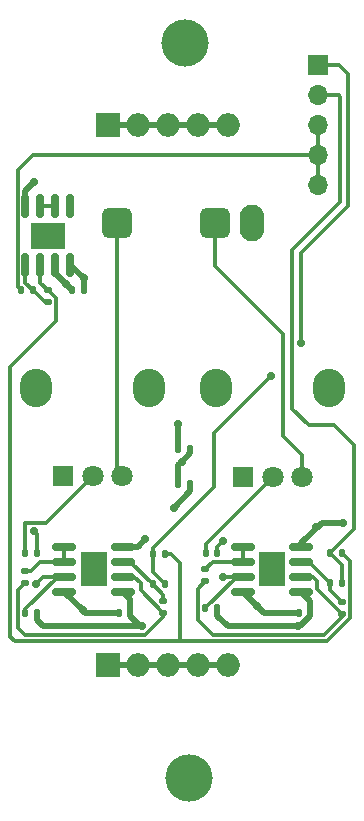
<source format=gbr>
%TF.GenerationSoftware,KiCad,Pcbnew,8.0.5*%
%TF.CreationDate,2024-11-17T12:10:01+05:30*%
%TF.ProjectId,line_in,6c696e65-5f69-46e2-9e6b-696361645f70,rev?*%
%TF.SameCoordinates,Original*%
%TF.FileFunction,Copper,L1,Top*%
%TF.FilePolarity,Positive*%
%FSLAX46Y46*%
G04 Gerber Fmt 4.6, Leading zero omitted, Abs format (unit mm)*
G04 Created by KiCad (PCBNEW 8.0.5) date 2024-11-17 12:10:01*
%MOMM*%
%LPD*%
G01*
G04 APERTURE LIST*
G04 Aperture macros list*
%AMRoundRect*
0 Rectangle with rounded corners*
0 $1 Rounding radius*
0 $2 $3 $4 $5 $6 $7 $8 $9 X,Y pos of 4 corners*
0 Add a 4 corners polygon primitive as box body*
4,1,4,$2,$3,$4,$5,$6,$7,$8,$9,$2,$3,0*
0 Add four circle primitives for the rounded corners*
1,1,$1+$1,$2,$3*
1,1,$1+$1,$4,$5*
1,1,$1+$1,$6,$7*
1,1,$1+$1,$8,$9*
0 Add four rect primitives between the rounded corners*
20,1,$1+$1,$2,$3,$4,$5,0*
20,1,$1+$1,$4,$5,$6,$7,0*
20,1,$1+$1,$6,$7,$8,$9,0*
20,1,$1+$1,$8,$9,$2,$3,0*%
G04 Aperture macros list end*
%TA.AperFunction,ComponentPad*%
%ADD10R,2.000000X2.000000*%
%TD*%
%TA.AperFunction,ComponentPad*%
%ADD11O,2.000000X2.000000*%
%TD*%
%TA.AperFunction,SMDPad,CuDef*%
%ADD12RoundRect,0.150000X0.150000X-0.825000X0.150000X0.825000X-0.150000X0.825000X-0.150000X-0.825000X0*%
%TD*%
%TA.AperFunction,HeatsinkPad*%
%ADD13R,3.000000X2.290000*%
%TD*%
%TA.AperFunction,SMDPad,CuDef*%
%ADD14RoundRect,0.150000X-0.825000X-0.150000X0.825000X-0.150000X0.825000X0.150000X-0.825000X0.150000X0*%
%TD*%
%TA.AperFunction,HeatsinkPad*%
%ADD15R,2.290000X3.000000*%
%TD*%
%TA.AperFunction,ComponentPad*%
%ADD16O,2.720000X3.240000*%
%TD*%
%TA.AperFunction,ComponentPad*%
%ADD17C,1.800000*%
%TD*%
%TA.AperFunction,ComponentPad*%
%ADD18R,1.800000X1.800000*%
%TD*%
%TA.AperFunction,SMDPad,CuDef*%
%ADD19RoundRect,0.135000X-0.185000X0.135000X-0.185000X-0.135000X0.185000X-0.135000X0.185000X0.135000X0*%
%TD*%
%TA.AperFunction,SMDPad,CuDef*%
%ADD20RoundRect,0.135000X-0.135000X-0.185000X0.135000X-0.185000X0.135000X0.185000X-0.135000X0.185000X0*%
%TD*%
%TA.AperFunction,SMDPad,CuDef*%
%ADD21RoundRect,0.135000X0.135000X0.185000X-0.135000X0.185000X-0.135000X-0.185000X0.135000X-0.185000X0*%
%TD*%
%TA.AperFunction,SMDPad,CuDef*%
%ADD22RoundRect,0.135000X0.185000X-0.135000X0.185000X0.135000X-0.185000X0.135000X-0.185000X-0.135000X0*%
%TD*%
%TA.AperFunction,ComponentPad*%
%ADD23R,1.700000X1.700000*%
%TD*%
%TA.AperFunction,ComponentPad*%
%ADD24O,1.700000X1.700000*%
%TD*%
%TA.AperFunction,ComponentPad*%
%ADD25RoundRect,0.650000X0.650000X-0.650000X0.650000X0.650000X-0.650000X0.650000X-0.650000X-0.650000X0*%
%TD*%
%TA.AperFunction,ComponentPad*%
%ADD26O,2.100000X3.100000*%
%TD*%
%TA.AperFunction,SMDPad,CuDef*%
%ADD27RoundRect,0.140000X0.140000X0.170000X-0.140000X0.170000X-0.140000X-0.170000X0.140000X-0.170000X0*%
%TD*%
%TA.AperFunction,SMDPad,CuDef*%
%ADD28RoundRect,0.140000X-0.140000X-0.170000X0.140000X-0.170000X0.140000X0.170000X-0.140000X0.170000X0*%
%TD*%
%TA.AperFunction,ViaPad*%
%ADD29C,0.700000*%
%TD*%
%TA.AperFunction,ViaPad*%
%ADD30C,4.000000*%
%TD*%
%TA.AperFunction,Conductor*%
%ADD31C,0.300000*%
%TD*%
%TA.AperFunction,Conductor*%
%ADD32C,0.500000*%
%TD*%
G04 APERTURE END LIST*
D10*
%TO.P,VSUPPLY1,1,Pin_1*%
%TO.N,V_SUPLY*%
X55880000Y-50800000D03*
D11*
%TO.P,VSUPPLY1,2,Pin_2*%
X58420000Y-50800000D03*
%TO.P,VSUPPLY1,3,Pin_3*%
X60960000Y-50800000D03*
%TO.P,VSUPPLY1,4,Pin_4*%
X63500000Y-50800000D03*
%TO.P,VSUPPLY1,5,Pin_5*%
X66040000Y-50800000D03*
%TD*%
D10*
%TO.P,GND1,1,Pin_1*%
%TO.N,GND*%
X55880000Y-96520000D03*
D11*
%TO.P,GND1,2,Pin_2*%
X58420000Y-96520000D03*
%TO.P,GND1,3,Pin_3*%
X60960000Y-96520000D03*
%TO.P,GND1,4,Pin_4*%
X63500000Y-96520000D03*
%TO.P,GND1,5,Pin_5*%
X66040000Y-96520000D03*
%TD*%
D12*
%TO.P,U3,1*%
%TO.N,Net-(R11-Pad1)*%
X48895000Y-62608000D03*
%TO.P,U3,2,-*%
%TO.N,Net-(U3A--)*%
X50165000Y-62608000D03*
%TO.P,U3,3,+*%
%TO.N,V_MID*%
X51435000Y-62608000D03*
%TO.P,U3,4,V-*%
%TO.N,GND*%
X52705000Y-62608000D03*
%TO.P,U3,5,+*%
%TO.N,unconnected-(U3B-+-Pad5)*%
X52705000Y-57658000D03*
%TO.P,U3,6,-*%
%TO.N,Net-(U3B--)*%
X51435000Y-57658000D03*
%TO.P,U3,7*%
X50165000Y-57658000D03*
%TO.P,U3,8,V+*%
%TO.N,V_SUPLY*%
X48895000Y-57658000D03*
D13*
%TO.P,U3,9*%
%TO.N,N/C*%
X50800000Y-60133000D03*
%TD*%
D14*
%TO.P,U2,1*%
%TO.N,Net-(U2A--)*%
X67310000Y-86475000D03*
%TO.P,U2,2,-*%
X67310000Y-87745000D03*
%TO.P,U2,3,+*%
%TO.N,Net-(U2A-+)*%
X67310000Y-89015000D03*
%TO.P,U2,4,V-*%
%TO.N,GND*%
X67310000Y-90285000D03*
%TO.P,U2,5,+*%
%TO.N,V_MID*%
X72260000Y-90285000D03*
%TO.P,U2,6,-*%
%TO.N,Net-(U2B--)*%
X72260000Y-89015000D03*
%TO.P,U2,7*%
%TO.N,Net-(R10-Pad2)*%
X72260000Y-87745000D03*
%TO.P,U2,8,V+*%
%TO.N,V_SUPLY*%
X72260000Y-86475000D03*
D15*
%TO.P,U2,9*%
%TO.N,N/C*%
X69785000Y-88380000D03*
%TD*%
D14*
%TO.P,U1,1*%
%TO.N,Net-(U1A--)*%
X52200000Y-86475000D03*
%TO.P,U1,2,-*%
X52200000Y-87745000D03*
%TO.P,U1,3,+*%
%TO.N,Net-(U1A-+)*%
X52200000Y-89015000D03*
%TO.P,U1,4,V-*%
%TO.N,GND*%
X52200000Y-90285000D03*
%TO.P,U1,5,+*%
%TO.N,V_MID*%
X57150000Y-90285000D03*
%TO.P,U1,6,-*%
%TO.N,Net-(U1B--)*%
X57150000Y-89015000D03*
%TO.P,U1,7*%
%TO.N,Net-(R1-Pad1)*%
X57150000Y-87745000D03*
%TO.P,U1,8,V+*%
%TO.N,V_SUPLY*%
X57150000Y-86475000D03*
D15*
%TO.P,U1,9*%
%TO.N,N/C*%
X54675000Y-88380000D03*
%TD*%
D16*
%TO.P,RV2,*%
%TO.N,*%
X65050000Y-73035000D03*
X74650000Y-73035000D03*
D17*
%TO.P,RV2,2,2*%
%TO.N,Net-(C2-Pad1)*%
X69850000Y-80535000D03*
%TO.P,RV2,3,3*%
%TO.N,IN_R*%
X72350000Y-80535000D03*
D18*
%TO.P,RV2,1,1*%
%TO.N,GND*%
X67350000Y-80535000D03*
%TD*%
D16*
%TO.P,RV1,*%
%TO.N,*%
X49810000Y-73025000D03*
X59410000Y-73025000D03*
D17*
%TO.P,RV1,2,2*%
%TO.N,Net-(C1-Pad1)*%
X54610000Y-80525000D03*
%TO.P,RV1,3,3*%
%TO.N,IN_L*%
X57110000Y-80525000D03*
D18*
%TO.P,RV1,1,1*%
%TO.N,GND*%
X52110000Y-80525000D03*
%TD*%
D19*
%TO.P,R14,2*%
%TO.N,Net-(R11-Pad1)*%
X50800000Y-65788000D03*
%TO.P,R14,1*%
%TO.N,Net-(U3A--)*%
X50800000Y-64768000D03*
%TD*%
D20*
%TO.P,R13,1*%
%TO.N,OUT_R*%
X74676000Y-86995000D03*
%TO.P,R13,2*%
%TO.N,Net-(U3A--)*%
X75696000Y-86995000D03*
%TD*%
%TO.P,R12,1*%
%TO.N,OUT_L*%
X59686000Y-87122000D03*
%TO.P,R12,2*%
%TO.N,Net-(U3A--)*%
X60706000Y-87122000D03*
%TD*%
D21*
%TO.P,R11,1*%
%TO.N,Net-(R11-Pad1)*%
X49530000Y-64770000D03*
%TO.P,R11,2*%
%TO.N,OUT_MONO*%
X48510000Y-64770000D03*
%TD*%
D22*
%TO.P,R10,1*%
%TO.N,Net-(U2B--)*%
X75696000Y-92202000D03*
%TO.P,R10,2*%
%TO.N,Net-(R10-Pad2)*%
X75696000Y-91182000D03*
%TD*%
D20*
%TO.P,R9,1*%
%TO.N,Net-(U2A-+)*%
X64135000Y-91694000D03*
%TO.P,R9,2*%
%TO.N,V_MID*%
X65155000Y-91694000D03*
%TD*%
D19*
%TO.P,R8,2*%
%TO.N,Net-(U2B--)*%
X64135000Y-89412000D03*
%TO.P,R8,1*%
%TO.N,Net-(U2A--)*%
X64135000Y-88392000D03*
%TD*%
D20*
%TO.P,R7,1*%
%TO.N,Net-(R10-Pad2)*%
X74676000Y-89535000D03*
%TO.P,R7,2*%
%TO.N,OUT_R*%
X75696000Y-89535000D03*
%TD*%
D22*
%TO.P,R6,1*%
%TO.N,Net-(U1B--)*%
X60581000Y-92077000D03*
%TO.P,R6,2*%
%TO.N,Net-(R1-Pad1)*%
X60581000Y-91057000D03*
%TD*%
D20*
%TO.P,R5,1*%
%TO.N,V_MID*%
X61849000Y-81153000D03*
%TO.P,R5,2*%
%TO.N,GND*%
X62869000Y-81153000D03*
%TD*%
%TO.P,R4,1*%
%TO.N,V_SUPLY*%
X61845000Y-78232000D03*
%TO.P,R4,2*%
%TO.N,V_MID*%
X62865000Y-78232000D03*
%TD*%
%TO.P,R3,1*%
%TO.N,Net-(U1A-+)*%
X48895000Y-92075000D03*
%TO.P,R3,2*%
%TO.N,V_MID*%
X49915000Y-92075000D03*
%TD*%
D19*
%TO.P,R2,1*%
%TO.N,Net-(U1A--)*%
X48895000Y-88515000D03*
%TO.P,R2,2*%
%TO.N,Net-(U1B--)*%
X48895000Y-89535000D03*
%TD*%
D20*
%TO.P,R1,1*%
%TO.N,Net-(R1-Pad1)*%
X59686000Y-89662000D03*
%TO.P,R1,2*%
%TO.N,OUT_L*%
X60706000Y-89662000D03*
%TD*%
D23*
%TO.P,OUTPUT1,1,Pin_1*%
%TO.N,OUT_L*%
X73660000Y-45720000D03*
D24*
%TO.P,OUTPUT1,2,Pin_2*%
%TO.N,OUT_R*%
X73660000Y-48260000D03*
%TO.P,OUTPUT1,3,Pin_3*%
%TO.N,OUT_MONO*%
X73660000Y-50800000D03*
%TO.P,OUTPUT1,4,Pin_4*%
X73660000Y-53340000D03*
%TO.P,OUTPUT1,5,Pin_5*%
X73660000Y-55880000D03*
%TD*%
D25*
%TO.P,J1,R*%
%TO.N,IN_R*%
X64975000Y-59055000D03*
D26*
%TO.P,J1,S*%
%TO.N,GND*%
X68075000Y-59055000D03*
D25*
%TO.P,J1,T*%
%TO.N,IN_L*%
X56675000Y-59055000D03*
%TD*%
D27*
%TO.P,C5,1*%
%TO.N,GND*%
X53848000Y-64770000D03*
%TO.P,C5,2*%
%TO.N,V_MID*%
X52888000Y-64770000D03*
%TD*%
D28*
%TO.P,C4,1*%
%TO.N,GND*%
X72065000Y-92075000D03*
%TO.P,C4,2*%
%TO.N,V_MID*%
X73025000Y-92075000D03*
%TD*%
%TO.P,C3,2*%
%TO.N,V_MID*%
X57785000Y-92075000D03*
%TO.P,C3,1*%
%TO.N,GND*%
X56825000Y-92075000D03*
%TD*%
%TO.P,C2,1*%
%TO.N,Net-(C2-Pad1)*%
X64165000Y-86995000D03*
%TO.P,C2,2*%
%TO.N,Net-(U2A-+)*%
X65125000Y-86995000D03*
%TD*%
%TO.P,C1,2*%
%TO.N,Net-(U1A-+)*%
X49855000Y-86995000D03*
%TO.P,C1,1*%
%TO.N,Net-(C1-Pad1)*%
X48895000Y-86995000D03*
%TD*%
D29*
%TO.N,V_SUPLY*%
X73533000Y-84836000D03*
X75819000Y-84455000D03*
%TO.N,V_MID*%
X62135999Y-79280999D03*
%TO.N,V_SUPLY*%
X61849000Y-76073000D03*
%TO.N,GND*%
X61468000Y-83185000D03*
%TO.N,V_SUPLY*%
X49657000Y-55626000D03*
%TO.N,V_MID*%
X52352000Y-64234000D03*
%TO.N,GND*%
X53848000Y-63754000D03*
%TO.N,OUT_L*%
X69723000Y-72009000D03*
X72263000Y-69215000D03*
%TO.N,GND*%
X68522500Y-91497500D03*
%TO.N,V_MID*%
X72009000Y-93218000D03*
%TO.N,Net-(U2A-+)*%
X65659000Y-89027000D03*
X65659000Y-85979000D03*
%TO.N,V_SUPLY*%
X59055000Y-85852000D03*
%TO.N,V_MID*%
X58801000Y-93218000D03*
%TO.N,GND*%
X53792000Y-91877000D03*
%TO.N,Net-(U1A-+)*%
X49765000Y-89642721D03*
X49595000Y-85155000D03*
D30*
%TO.N,*%
X62377580Y-43815000D03*
X62784908Y-106045000D03*
X62377580Y-43815000D03*
X62784908Y-106045000D03*
X62784908Y-106045000D03*
X62784908Y-106045000D03*
X62377580Y-43815000D03*
X62377580Y-43815000D03*
%TD*%
D31*
%TO.N,Net-(U1A-+)*%
X49765000Y-89642721D02*
X50392721Y-89015000D01*
X50392721Y-89015000D02*
X52200000Y-89015000D01*
X49595000Y-85155000D02*
X49855000Y-85415000D01*
X49855000Y-85415000D02*
X49855000Y-86995000D01*
%TO.N,Net-(C1-Pad1)*%
X54610000Y-80525000D02*
X50680000Y-84455000D01*
X50680000Y-84455000D02*
X48895000Y-84455000D01*
X48895000Y-84455000D02*
X48895000Y-86995000D01*
D32*
%TO.N,V_SUPLY*%
X73976000Y-84455000D02*
X75819000Y-84455000D01*
D31*
%TO.N,OUT_R*%
X75057000Y-76200000D02*
X72898000Y-76200000D01*
X76708000Y-77851000D02*
X75057000Y-76200000D01*
X75565000Y-48387000D02*
X75438000Y-48260000D01*
X72898000Y-76200000D02*
X71501000Y-74803000D01*
X76708000Y-84963000D02*
X76708000Y-77851000D01*
X74676000Y-86995000D02*
X76708000Y-84963000D01*
X75438000Y-48260000D02*
X73660000Y-48260000D01*
X71501000Y-74803000D02*
X71501000Y-61364028D01*
X71501000Y-61364028D02*
X75565000Y-57300028D01*
X75565000Y-57300028D02*
X75565000Y-48387000D01*
D32*
%TO.N,V_SUPLY*%
X72260000Y-86171000D02*
X72260000Y-86475000D01*
X73976000Y-84455000D02*
X72260000Y-86171000D01*
%TO.N,V_MID*%
X50419000Y-93218000D02*
X49915000Y-92714000D01*
X49915000Y-92714000D02*
X49915000Y-92075000D01*
X58618001Y-93218000D02*
X57785000Y-92384999D01*
X58801000Y-93218000D02*
X50419000Y-93218000D01*
X58801000Y-93218000D02*
X58618001Y-93218000D01*
X57785000Y-92384999D02*
X57785000Y-92075000D01*
%TO.N,V_SUPLY*%
X58432000Y-86475000D02*
X59055000Y-85852000D01*
X57150000Y-86475000D02*
X58432000Y-86475000D01*
%TO.N,GND*%
X53792000Y-91877000D02*
X52200000Y-90285000D01*
X53792000Y-91877000D02*
X53990000Y-92075000D01*
X53990000Y-92075000D02*
X56825000Y-92075000D01*
%TO.N,V_MID*%
X62135999Y-79281000D02*
X61849000Y-79567999D01*
X62135999Y-79280999D02*
X62135999Y-79281000D01*
X62136000Y-79280999D02*
X62135999Y-79280999D01*
%TO.N,V_SUPLY*%
X61845000Y-76077000D02*
X61849000Y-76073000D01*
X61845000Y-78232000D02*
X61845000Y-76077000D01*
%TO.N,GND*%
X62869000Y-81784000D02*
X61468000Y-83185000D01*
X62869000Y-81153000D02*
X62869000Y-81784000D01*
%TO.N,V_MID*%
X62865000Y-78232000D02*
X62865000Y-78551999D01*
X62865000Y-78551999D02*
X62136000Y-79280999D01*
X61849000Y-79567999D02*
X61849000Y-81153000D01*
%TO.N,V_SUPLY*%
X48895000Y-56388000D02*
X49657000Y-55626000D01*
X48895000Y-57658000D02*
X48895000Y-56388000D01*
D31*
%TO.N,Net-(U3B--)*%
X50165000Y-57658000D02*
X51435000Y-57658000D01*
%TO.N,OUT_MONO*%
X48510000Y-64770000D02*
X48245000Y-64505000D01*
X48245000Y-64505000D02*
X48245000Y-54625000D01*
X48245000Y-54625000D02*
X49530000Y-53340000D01*
X49530000Y-53340000D02*
X73660000Y-53340000D01*
D32*
%TO.N,V_MID*%
X52352000Y-64234000D02*
X51435000Y-63317000D01*
%TO.N,GND*%
X53848000Y-63754000D02*
X53848000Y-63751000D01*
X53848000Y-64770000D02*
X53848000Y-63754000D01*
X53848000Y-63751000D02*
X52705000Y-62608000D01*
%TO.N,V_MID*%
X52888000Y-64770000D02*
X52352000Y-64234000D01*
X51435000Y-63317000D02*
X51435000Y-62608000D01*
D31*
%TO.N,Net-(U3A--)*%
X75696000Y-86995000D02*
X76366000Y-87665000D01*
X76366000Y-87665000D02*
X76366000Y-92544000D01*
X76366000Y-92544000D02*
X74422000Y-94488000D01*
X74422000Y-94488000D02*
X61849000Y-94488000D01*
X60706000Y-87122000D02*
X61214000Y-87122000D01*
X61214000Y-87122000D02*
X61976000Y-87884000D01*
X47640000Y-94122000D02*
X47640000Y-71232000D01*
X61976000Y-87884000D02*
X61976000Y-94361000D01*
X61976000Y-94361000D02*
X61849000Y-94488000D01*
X61849000Y-94488000D02*
X48006000Y-94488000D01*
X51470000Y-67402000D02*
X51470000Y-65438000D01*
X48006000Y-94488000D02*
X47640000Y-94122000D01*
X51470000Y-65438000D02*
X50800000Y-64768000D01*
X47640000Y-71232000D02*
X51470000Y-67402000D01*
%TO.N,OUT_L*%
X72263000Y-69215000D02*
X72263000Y-61595000D01*
X76200000Y-57658000D02*
X76200000Y-46482000D01*
X76200000Y-46482000D02*
X75438000Y-45720000D01*
X72263000Y-61595000D02*
X76200000Y-57658000D01*
X75438000Y-45720000D02*
X73660000Y-45720000D01*
X59686000Y-86618000D02*
X64897000Y-81407000D01*
X64897000Y-76835000D02*
X69723000Y-72009000D01*
X64897000Y-81407000D02*
X64897000Y-77597000D01*
X64897000Y-77597000D02*
X64897000Y-76835000D01*
X59686000Y-87122000D02*
X59686000Y-86618000D01*
%TO.N,OUT_MONO*%
X73660000Y-50800000D02*
X73660000Y-55880000D01*
%TO.N,IN_R*%
X64975000Y-59055000D02*
X64975000Y-62689000D01*
X70739000Y-68453000D02*
X70739000Y-77089000D01*
X64975000Y-62689000D02*
X70739000Y-68453000D01*
X70739000Y-77089000D02*
X72350000Y-78700000D01*
X72350000Y-78700000D02*
X72350000Y-80535000D01*
%TO.N,IN_L*%
X56675000Y-59055000D02*
X56675000Y-80090000D01*
X56675000Y-80090000D02*
X57110000Y-80525000D01*
%TO.N,Net-(R11-Pad1)*%
X50800000Y-65788000D02*
X50548000Y-65788000D01*
X50548000Y-65788000D02*
X49530000Y-64770000D01*
%TO.N,Net-(U3A--)*%
X50800000Y-64768000D02*
X50165000Y-64133000D01*
X50165000Y-64133000D02*
X50165000Y-62608000D01*
%TO.N,Net-(R11-Pad1)*%
X49530000Y-64770000D02*
X48895000Y-64135000D01*
X48895000Y-64135000D02*
X48895000Y-62608000D01*
%TO.N,Net-(U2B--)*%
X75696000Y-92202000D02*
X73585000Y-90091000D01*
X73234999Y-89015000D02*
X72260000Y-89015000D01*
X73585000Y-90091000D02*
X73585000Y-89365001D01*
X73585000Y-89365001D02*
X73234999Y-89015000D01*
%TO.N,Net-(U1B--)*%
X57150000Y-89015000D02*
X58124999Y-89015000D01*
X58674000Y-90170000D02*
X60581000Y-92077000D01*
X58124999Y-89015000D02*
X58674000Y-89564001D01*
X58674000Y-89564001D02*
X58674000Y-90170000D01*
%TO.N,OUT_L*%
X59686000Y-87122000D02*
X59686000Y-88642000D01*
X59686000Y-88642000D02*
X60706000Y-89662000D01*
%TO.N,Net-(R1-Pad1)*%
X59686000Y-89662000D02*
X57769000Y-87745000D01*
X57769000Y-87745000D02*
X57150000Y-87745000D01*
%TO.N,Net-(U1B--)*%
X59055000Y-93980000D02*
X60581000Y-92454000D01*
X60581000Y-92454000D02*
X60581000Y-92077000D01*
%TO.N,OUT_R*%
X75696000Y-89535000D02*
X75696000Y-88015000D01*
X75696000Y-88015000D02*
X74676000Y-86995000D01*
%TO.N,Net-(R10-Pad2)*%
X74676000Y-89535000D02*
X72886000Y-87745000D01*
X72886000Y-87745000D02*
X72260000Y-87745000D01*
%TO.N,Net-(U2B--)*%
X74168000Y-93980000D02*
X75696000Y-92452000D01*
X75696000Y-92452000D02*
X75696000Y-92202000D01*
D32*
%TO.N,GND*%
X68522500Y-91497500D02*
X69100000Y-92075000D01*
X67310000Y-90285000D02*
X68522500Y-91497500D01*
X69100000Y-92075000D02*
X72065000Y-92075000D01*
%TO.N,V_MID*%
X72009000Y-93218000D02*
X72191999Y-93218000D01*
D31*
%TO.N,Net-(U2B--)*%
X64135000Y-89412000D02*
X63515000Y-90032000D01*
X63515000Y-90032000D02*
X63515000Y-92725000D01*
X63515000Y-92725000D02*
X64770000Y-93980000D01*
X64770000Y-93980000D02*
X74168000Y-93980000D01*
D32*
%TO.N,V_MID*%
X65155000Y-92333000D02*
X66040000Y-93218000D01*
X65155000Y-91694000D02*
X65155000Y-92333000D01*
X72191999Y-93218000D02*
X73025000Y-92384999D01*
X73025000Y-92384999D02*
X73025000Y-92075000D01*
X66040000Y-93218000D02*
X72009000Y-93218000D01*
X73025000Y-92075000D02*
X73025000Y-91050000D01*
X73025000Y-91050000D02*
X72260000Y-90285000D01*
D31*
%TO.N,Net-(R10-Pad2)*%
X74676000Y-89535000D02*
X74676000Y-90162000D01*
X74676000Y-90162000D02*
X75696000Y-91182000D01*
%TO.N,Net-(U2A-+)*%
X67298000Y-89027000D02*
X67310000Y-89015000D01*
X65125000Y-86995000D02*
X65125000Y-86513000D01*
X65125000Y-86513000D02*
X65659000Y-85979000D01*
X65659000Y-89027000D02*
X67298000Y-89027000D01*
X64135000Y-91694000D02*
X66814000Y-89015000D01*
X66814000Y-89015000D02*
X67310000Y-89015000D01*
%TO.N,Net-(U2A--)*%
X64135000Y-88392000D02*
X64782000Y-87745000D01*
X64782000Y-87745000D02*
X67310000Y-87745000D01*
X67310000Y-86475000D02*
X67310000Y-87745000D01*
%TO.N,Net-(C2-Pad1)*%
X69850000Y-80535000D02*
X64165000Y-86220000D01*
X64165000Y-86220000D02*
X64165000Y-86995000D01*
D32*
%TO.N,V_MID*%
X57785000Y-90920000D02*
X57785000Y-92075000D01*
X57150000Y-90285000D02*
X57785000Y-90920000D01*
D31*
%TO.N,Net-(R1-Pad1)*%
X60581000Y-91057000D02*
X60581000Y-90557000D01*
X60581000Y-90557000D02*
X59686000Y-89662000D01*
%TO.N,Net-(U1B--)*%
X48895000Y-93980000D02*
X59055000Y-93980000D01*
X48260000Y-93345000D02*
X48895000Y-93980000D01*
X48260000Y-90170000D02*
X48260000Y-93345000D01*
X48895000Y-89535000D02*
X48260000Y-90170000D01*
%TO.N,Net-(U1A-+)*%
X48895000Y-92075000D02*
X48895000Y-91755001D01*
X48895000Y-91755001D02*
X51635001Y-89015000D01*
X51635001Y-89015000D02*
X52200000Y-89015000D01*
%TO.N,Net-(U1A--)*%
X48895000Y-88515000D02*
X49341846Y-88515000D01*
X49341846Y-88515000D02*
X50111846Y-87745000D01*
X50111846Y-87745000D02*
X52200000Y-87745000D01*
X52200000Y-86475000D02*
X52200000Y-87745000D01*
D32*
%TO.N,GND*%
X55880000Y-96520000D02*
X66040000Y-96520000D01*
%TO.N,V_SUPLY*%
X55880000Y-50800000D02*
X66040000Y-50800000D01*
%TD*%
M02*

</source>
